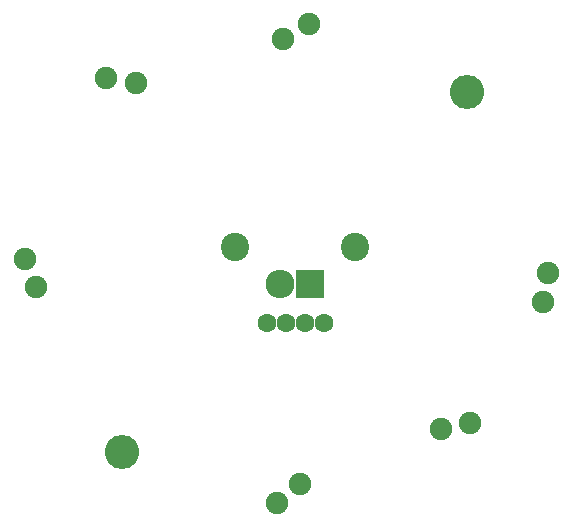
<source format=gbs>
G04 #@! TF.FileFunction,Soldermask,Bot*
%FSLAX46Y46*%
G04 Gerber Fmt 4.6, Leading zero omitted, Abs format (unit mm)*
G04 Created by KiCad (PCBNEW (2015-11-24 BZR 6329)-product) date Wed 06 Apr 2016 07:53:13 PM EDT*
%MOMM*%
G01*
G04 APERTURE LIST*
%ADD10C,0.100000*%
%ADD11O,2.900000X2.900000*%
%ADD12C,1.900000*%
%ADD13C,2.398980*%
%ADD14R,2.432000X2.432000*%
%ADD15O,2.432000X2.432000*%
%ADD16C,1.600000*%
G04 APERTURE END LIST*
D10*
D11*
X160070000Y-93750000D03*
X189290000Y-63270000D03*
D12*
X152790000Y-79780000D03*
X151817984Y-77433346D03*
X189520000Y-91320000D03*
X187018588Y-91761066D03*
X196150000Y-78580000D03*
X195708934Y-81081412D03*
X158700000Y-62080000D03*
X161201412Y-62521066D03*
X173650000Y-58750000D03*
X175849705Y-57480000D03*
X173130000Y-98080000D03*
X175075753Y-96447319D03*
D13*
X169620000Y-76400000D03*
X179780000Y-76400000D03*
D14*
X175950000Y-79500000D03*
D15*
X173410000Y-79500000D03*
D16*
X172310000Y-82800000D03*
X173920000Y-82830000D03*
X175520000Y-82830000D03*
X177120000Y-82830000D03*
M02*

</source>
